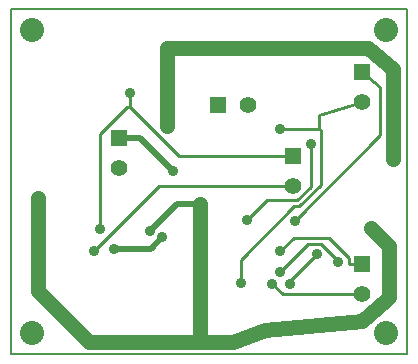
<source format=gbl>
G04 (created by PCBNEW (2013-03-10 BZR 3992)-stable) date 3/16/2013 6:13:18 PM*
%MOIN*%
G04 Gerber Fmt 3.4, Leading zero omitted, Abs format*
%FSLAX34Y34*%
G01*
G70*
G90*
G04 APERTURE LIST*
%ADD10C,0.000393701*%
%ADD11C,0.006*%
%ADD12R,0.055X0.055*%
%ADD13C,0.055*%
%ADD14C,0.08*%
%ADD15C,0.035*%
%ADD16C,0.01*%
%ADD17C,0.05*%
%ADD18C,0.02*%
G04 APERTURE END LIST*
G54D10*
G54D11*
X0Y11500D02*
X13200Y11500D01*
X0Y0D02*
X13200Y0D01*
X13200Y11500D02*
X13200Y0D01*
X0Y0D02*
X0Y11500D01*
G54D12*
X3600Y7200D03*
G54D13*
X3600Y6200D03*
G54D12*
X9400Y6600D03*
G54D13*
X9400Y5600D03*
G54D12*
X11700Y9400D03*
G54D13*
X11700Y8400D03*
G54D12*
X11700Y3000D03*
G54D13*
X11700Y2000D03*
G54D12*
X6900Y8300D03*
G54D13*
X7900Y8300D03*
G54D14*
X700Y700D03*
X700Y10800D03*
X12500Y700D03*
X12500Y10800D03*
G54D15*
X6600Y400D03*
X8700Y900D03*
X12000Y4200D03*
X4650Y4125D03*
X6300Y5000D03*
X900Y5200D03*
X9996Y7027D03*
X7868Y4466D03*
X3425Y3525D03*
X5050Y3900D03*
X5400Y6100D03*
X3963Y8725D03*
X2986Y4177D03*
X2779Y3437D03*
X7678Y2388D03*
X8968Y7520D03*
X9464Y4464D03*
X10917Y3070D03*
X8971Y2746D03*
X8716Y2358D03*
X8982Y3449D03*
X10210Y3349D03*
X9296Y2361D03*
X5200Y7600D03*
X12750Y6500D03*
G54D16*
X8700Y900D02*
X8600Y800D01*
G54D17*
X8486Y800D02*
X7400Y400D01*
X7400Y400D02*
X6600Y400D01*
X6600Y400D02*
X6300Y400D01*
X12000Y4200D02*
X12600Y3600D01*
X12600Y3600D02*
X12600Y1900D01*
X12600Y1900D02*
X12500Y1800D01*
X12500Y1800D02*
X11700Y1100D01*
X11700Y1100D02*
X8486Y800D01*
G54D18*
X5525Y5000D02*
X6300Y5000D01*
X4650Y4125D02*
X5525Y5000D01*
G54D17*
X6300Y400D02*
X6300Y5000D01*
X6300Y400D02*
X2600Y400D01*
X900Y2100D02*
X900Y5200D01*
X2600Y400D02*
X900Y2100D01*
G54D16*
X8533Y5131D02*
X7868Y4466D01*
X9533Y5131D02*
X8533Y5131D01*
X9996Y5595D02*
X9533Y5131D01*
X9996Y7027D02*
X9996Y5595D01*
G54D18*
X4675Y3525D02*
X3425Y3525D01*
X5050Y3900D02*
X4675Y3525D01*
X4300Y7200D02*
X3600Y7200D01*
X5400Y6100D02*
X4300Y7200D01*
G54D16*
X9400Y6600D02*
X5597Y6600D01*
X2986Y7349D02*
X2986Y4177D01*
X3871Y8234D02*
X2986Y7349D01*
X3963Y8234D02*
X3871Y8234D01*
X3963Y8725D02*
X3963Y8234D01*
X3963Y8234D02*
X5597Y6600D01*
X4942Y5600D02*
X2779Y3437D01*
X9400Y5600D02*
X4942Y5600D01*
X10274Y7974D02*
X10274Y7527D01*
X11700Y8400D02*
X10274Y7974D01*
X8975Y7527D02*
X8968Y7520D01*
X10274Y7527D02*
X8975Y7527D01*
X7678Y3157D02*
X7678Y2388D01*
X9453Y4931D02*
X7678Y3157D01*
X9615Y4931D02*
X9453Y4931D01*
X10322Y5637D02*
X9615Y4931D01*
X10322Y7480D02*
X10322Y5637D01*
X10274Y7527D02*
X10322Y7480D01*
X12300Y7300D02*
X9464Y4464D01*
X11700Y9400D02*
X12300Y8900D01*
X12300Y8900D02*
X12300Y7300D01*
X10917Y3103D02*
X10917Y3070D01*
X10342Y3678D02*
X10917Y3103D01*
X9903Y3678D02*
X10342Y3678D01*
X8971Y2746D02*
X9903Y3678D01*
X9074Y2000D02*
X11700Y2000D01*
X8716Y2358D02*
X9074Y2000D01*
X11700Y3000D02*
X11274Y3000D01*
X9425Y3891D02*
X8982Y3449D01*
X10595Y3891D02*
X9425Y3891D01*
X11274Y3212D02*
X10595Y3891D01*
X11274Y3000D02*
X11274Y3212D01*
X9296Y2435D02*
X10210Y3349D01*
X9296Y2361D02*
X9296Y2435D01*
G54D17*
X12750Y6500D02*
X12750Y9500D01*
X12750Y9500D02*
X11900Y10200D01*
X11900Y10200D02*
X5200Y10200D01*
X5200Y10200D02*
X5200Y7600D01*
M02*

</source>
